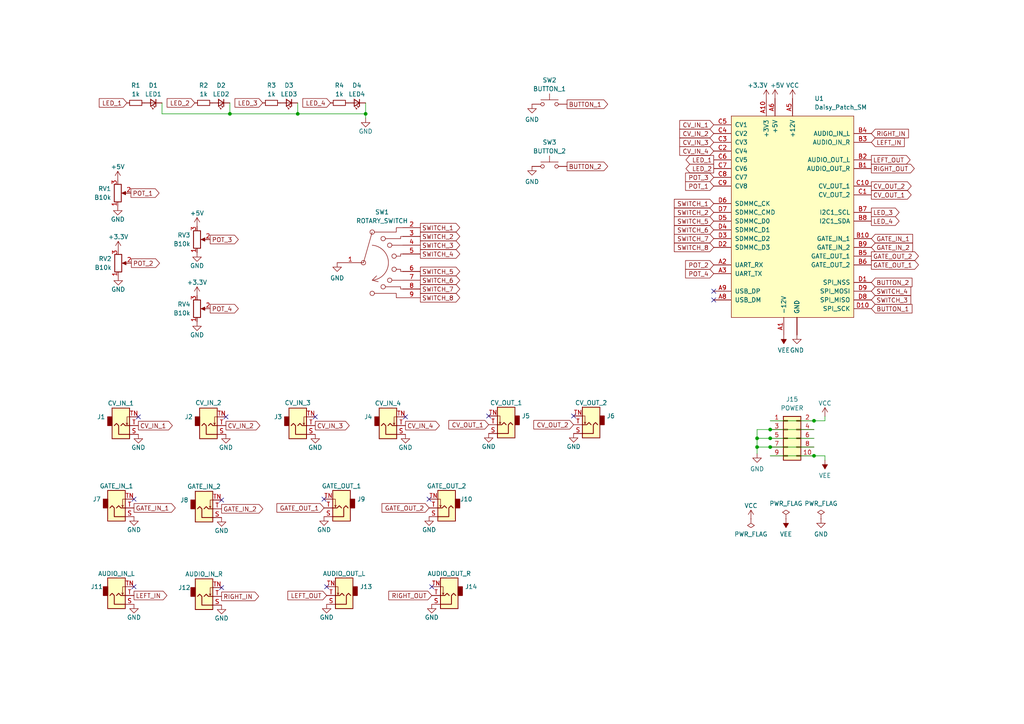
<source format=kicad_sch>
(kicad_sch (version 20230121) (generator eeschema)
  (paper "A4")
  (title_block (title "Handy") (rev "v0.0.1") (company "Petr Horáček") (comment 1 "petr@zlosynth.com") (comment 2 "https://github.com/zlosynth/handy") (comment 3 "CC BY-SA"))
  (lib_symbols
    (symbol "Connector_Audio:AudioJack2_SwitchT"
      (property "Reference" "J" (at 0 8.89 0))
      (property "Value" "AudioJack2_SwitchT" (at 0 6.35 0))
      (symbol "AudioJack2_SwitchT_0_1"
        (rectangle (start -2.54 0) (end -3.81 -2.54) (stroke (width 0.254)) (fill (type outline)))
        (polyline (pts (xy 1.778 -0.254) (xy 2.032 -0.762)))
        (polyline (pts (xy 0 0) (xy 0.635 -0.635) (xy 1.27 0) (xy 2.54 0)) (stroke (width 0.254)))
        (polyline (pts (xy 2.54 -2.54) (xy 1.778 -2.54) (xy 1.778 -0.254) (xy 1.524 -0.762)))
        (polyline (pts (xy 2.54 2.54) (xy -0.635 2.54) (xy -0.635 0) (xy -1.27 -0.635) (xy -1.905 0)) (stroke (width 0.254)))
        (rectangle (start 2.54 3.81) (end -2.54 -5.08) (stroke (width 0.254)) (fill (type background)))
      )
      (symbol "AudioJack2_SwitchT_1_1"
        (pin passive line (at 5.08 2.54 180) (length 2.54) (name "~") (number "S"))
        (pin passive line (at 5.08 0 180) (length 2.54) (name "~") (number "T"))
        (pin passive line (at 5.08 -2.54 180) (length 2.54) (name "~") (number "TN"))
      )
    )
    (symbol "Connector_Generic:Conn_02x05_Odd_Even" (pin_names (offset 1.016) hide)
      (property "Reference" "J" (at 1.27 7.62 0))
      (property "Value" "Conn_02x05_Odd_Even" (at 1.27 -7.62 0))
      (symbol "Conn_02x05_Odd_Even_1_1"
        (rectangle (start -1.27 -4.953) (end 0 -5.207) (stroke (width 0.1524)))
        (rectangle (start -1.27 -2.413) (end 0 -2.667) (stroke (width 0.1524)))
        (rectangle (start -1.27 0.127) (end 0 -0.127) (stroke (width 0.1524)))
        (rectangle (start -1.27 2.667) (end 0 2.413) (stroke (width 0.1524)))
        (rectangle (start -1.27 5.207) (end 0 4.953) (stroke (width 0.1524)))
        (rectangle (start -1.27 6.35) (end 3.81 -6.35) (stroke (width 0.254)) (fill (type background)))
        (rectangle (start 3.81 -4.953) (end 2.54 -5.207) (stroke (width 0.1524)))
        (rectangle (start 3.81 -2.413) (end 2.54 -2.667) (stroke (width 0.1524)))
        (rectangle (start 3.81 0.127) (end 2.54 -0.127) (stroke (width 0.1524)))
        (rectangle (start 3.81 2.667) (end 2.54 2.413) (stroke (width 0.1524)))
        (rectangle (start 3.81 5.207) (end 2.54 4.953) (stroke (width 0.1524)))
        (pin passive line (at -5.08 5.08 0) (length 3.81) (name "Pin_1") (number "1"))
        (pin passive line (at 7.62 -5.08 180) (length 3.81) (name "Pin_10") (number "10"))
        (pin passive line (at 7.62 5.08 180) (length 3.81) (name "Pin_2") (number "2"))
        (pin passive line (at -5.08 2.54 0) (length 3.81) (name "Pin_3") (number "3"))
        (pin passive line (at 7.62 2.54 180) (length 3.81) (name "Pin_4") (number "4"))
        (pin passive line (at -5.08 0 0) (length 3.81) (name "Pin_5") (number "5"))
        (pin passive line (at 7.62 0 180) (length 3.81) (name "Pin_6") (number "6"))
        (pin passive line (at -5.08 -2.54 0) (length 3.81) (name "Pin_7") (number "7"))
        (pin passive line (at 7.62 -2.54 180) (length 3.81) (name "Pin_8") (number "8"))
        (pin passive line (at -5.08 -5.08 0) (length 3.81) (name "Pin_9") (number "9"))
      )
    )
    (symbol "Custom:Daisy_Patch_SM" (pin_names (offset 1.016))
      (property "Reference" "U" (at -16.51 29.21 0))
      (property "Value" "Daisy_Patch_SM" (at 10.16 29.21 0))
      (symbol "Daisy_Patch_SM_1_0"
        (rectangle (start -17.78 27.94) (end 17.78 -30.48) (fill (type background)))
        (pin power_in line (at -2.54 -35.56 90) (length 5.08) (name "-12V") (number "A1"))
        (pin power_out line (at -7.62 33.02 270) (length 5.08) (name "+3V3") (number "A10"))
        (pin bidirectional line (at -22.86 -15.24 0) (length 5.08) (name "UART_RX") (number "A2"))
        (pin bidirectional line (at -22.86 -17.78 0) (length 5.08) (name "UART_TX") (number "A3"))
        (pin passive line (at 1.27 -35.56 90) (length 5.08) (name "GND") (number "A4"))
        (pin power_in line (at 0 33.02 270) (length 5.08) (name "+12V") (number "A5"))
        (pin power_out line (at -5.08 33.02 270) (length 5.08) (name "+5V") (number "A6"))
        (pin passive line (at 1.27 -35.56 90) (length 5.08) (name "GND") (number "A7"))
        (pin bidirectional line (at -22.86 -25.4 0) (length 5.08) (name "USB_DM") (number "A8"))
        (pin bidirectional line (at -22.86 -22.86 0) (length 5.08) (name "USB_DP") (number "A9"))
        (pin output line (at 22.86 12.7 180) (length 5.08) (name "AUDIO_OUT_R") (number "B1"))
        (pin bidirectional line (at 22.86 -7.62 180) (length 5.08) (name "GATE_IN_1") (number "B10"))
        (pin output line (at 22.86 15.24 180) (length 5.08) (name "AUDIO_OUT_L") (number "B2"))
        (pin input line (at 22.86 20.32 180) (length 5.08) (name "AUDIO_IN_R") (number "B3"))
        (pin input line (at 22.86 22.86 180) (length 5.08) (name "AUDIO_IN_L") (number "B4"))
        (pin bidirectional line (at 22.86 -12.7 180) (length 5.08) (name "GATE_OUT_1") (number "B5"))
        (pin bidirectional line (at 22.86 -15.24 180) (length 5.08) (name "GATE_OUT_2") (number "B6"))
        (pin bidirectional line (at 22.86 0 180) (length 5.08) (name "I2C1_SCL") (number "B7"))
        (pin bidirectional line (at 22.86 -2.54 180) (length 5.08) (name "I2C1_SDA") (number "B8"))
        (pin bidirectional line (at 22.86 -10.16 180) (length 5.08) (name "GATE_IN_2") (number "B9"))
        (pin bidirectional line (at 22.86 5.08 180) (length 5.08) (name "CV_OUT_2") (number "C1"))
        (pin bidirectional line (at 22.86 7.62 180) (length 5.08) (name "CV_OUT_1") (number "C10"))
        (pin bidirectional line (at -22.86 17.78 0) (length 5.08) (name "CV4") (number "C2"))
        (pin bidirectional line (at -22.86 20.32 0) (length 5.08) (name "CV3") (number "C3"))
        (pin bidirectional line (at -22.86 22.86 0) (length 5.08) (name "CV2") (number "C4"))
        (pin bidirectional line (at -22.86 25.4 0) (length 5.08) (name "CV1") (number "C5"))
        (pin bidirectional line (at -22.86 15.24 0) (length 5.08) (name "CV5") (number "C6"))
        (pin bidirectional line (at -22.86 12.7 0) (length 5.08) (name "CV6") (number "C7"))
        (pin bidirectional line (at -22.86 10.16 0) (length 5.08) (name "CV7") (number "C8"))
        (pin bidirectional line (at -22.86 7.62 0) (length 5.08) (name "CV8") (number "C9"))
        (pin bidirectional line (at 22.86 -20.32 180) (length 5.08) (name "SPI_NSS") (number "D1"))
        (pin bidirectional line (at 22.86 -27.94 180) (length 5.08) (name "SPI_SCK") (number "D10"))
        (pin bidirectional line (at -22.86 -10.16 0) (length 5.08) (name "SDMMC_D3") (number "D2"))
        (pin bidirectional line (at -22.86 -7.62 0) (length 5.08) (name "SDMMC_D2") (number "D3"))
        (pin bidirectional line (at -22.86 -5.08 0) (length 5.08) (name "SDMMC_D1") (number "D4"))
        (pin bidirectional line (at -22.86 -2.54 0) (length 5.08) (name "SDMMC_D0") (number "D5"))
        (pin bidirectional line (at -22.86 2.54 0) (length 5.08) (name "SDMMC_CK") (number "D6"))
        (pin bidirectional line (at -22.86 0 0) (length 5.08) (name "SDMMC_CMD") (number "D7"))
        (pin bidirectional line (at 22.86 -25.4 180) (length 5.08) (name "SPI_MISO") (number "D8"))
        (pin bidirectional line (at 22.86 -22.86 180) (length 5.08) (name "SPI_MOSI") (number "D9"))
      )
    )
    (symbol "Custom:SW_Rotary8" (pin_names (offset 1.016) hide)
      (property "Reference" "SW" (at -1.27 12.7 0))
      (property "Value" "SW_Rotary8" (at 0 -13.97 0))
      (symbol "SW_Rotary8_0_0"
        (circle (center -6.35 0) (radius 0.635))
        (circle (center -3.81 -8.89) (radius 0.635))
        (arc (start -3.81 -5.08) (mid 0.8992 0) (end -3.81 5.08))
        (circle (center -3.81 8.89) (radius 0.635))
        (circle (center -0.635 -6.985) (radius 0.635))
        (circle (center -0.635 6.985) (radius 0.635))
        (polyline (pts (xy -6.35 0) (xy -3.81 8.89)))
        (polyline (pts (xy -3.81 -5.08) (xy -2.54 -3.81)))
        (polyline (pts (xy -3.81 -5.08) (xy -2.0543 -5.5101)))
        (polyline (pts (xy 1.905 -5.08) (xy 5.08 -5.08)))
        (polyline (pts (xy 1.905 5.08) (xy 5.08 5.08)))
        (polyline (pts (xy -3.175 -8.89) (xy 3.175 -8.89) (xy 3.175 -10.16) (xy 5.08 -10.16)))
        (polyline (pts (xy -3.175 8.89) (xy 3.175 8.89) (xy 3.175 10.16) (xy 5.08 10.16)))
        (polyline (pts (xy 0 -6.985) (xy 4.445 -6.985) (xy 4.445 -7.62) (xy 5.08 -7.62)))
        (polyline (pts (xy 0 6.985) (xy 4.445 6.985) (xy 4.445 7.62) (xy 5.08 7.62)))
        (polyline (pts (xy 3.175 -1.905) (xy 4.445 -1.905) (xy 4.445 -2.54) (xy 5.08 -2.54)))
        (polyline (pts (xy 3.175 1.905) (xy 4.445 1.905) (xy 4.445 2.54) (xy 5.08 2.54)))
        (circle (center 1.27 -5.08) (radius 0.635))
        (circle (center 1.27 5.08) (radius 0.635))
        (circle (center 2.54 -1.905) (radius 0.635))
        (circle (center 2.54 1.905) (radius 0.635))
      )
      (symbol "SW_Rotary8_1_1"
        (pin passive line (at -13.97 0 0) (length 7.62) (name "1") (number "1"))
        (pin passive line (at 10.16 10.16 180) (length 5.08) (name "2") (number "2"))
        (pin passive line (at 10.16 7.62 180) (length 5.08) (name "3") (number "3"))
        (pin passive line (at 10.16 5.08 180) (length 5.08) (name "4") (number "4"))
        (pin passive line (at 10.16 2.54 180) (length 5.08) (name "5") (number "5"))
        (pin passive line (at 10.16 -2.54 180) (length 5.08) (name "6") (number "6"))
        (pin passive line (at 10.16 -5.08 180) (length 5.08) (name "7") (number "7"))
        (pin passive line (at 10.16 -7.62 180) (length 5.08) (name "8") (number "8"))
        (pin passive line (at 10.16 -10.16 180) (length 5.08) (name "9") (number "9"))
      )
    )
    (symbol "Device:LED_Small" (pin_numbers hide) (pin_names (offset 0.254) hide)
      (property "Reference" "D" (at -1.27 3.175 0))
      (property "Value" "LED_Small" (at -4.445 -2.54 0))
      (symbol "LED_Small_0_1"
        (polyline (pts (xy -0.762 -1.016) (xy -0.762 1.016)) (stroke (width 0.254)))
        (polyline (pts (xy 1.016 0) (xy -0.762 0)))
        (polyline (pts (xy 0.762 -1.016) (xy -0.762 0) (xy 0.762 1.016) (xy 0.762 -1.016)) (stroke (width 0.254)))
        (polyline (pts (xy 0 0.762) (xy -0.508 1.27) (xy -0.254 1.27) (xy -0.508 1.27) (xy -0.508 1.016)))
        (polyline (pts (xy 0.508 1.27) (xy 0 1.778) (xy 0.254 1.778) (xy 0 1.778) (xy 0 1.524)))
      )
      (symbol "LED_Small_1_1"
        (pin passive line (at -2.54 0 0) (length 1.778) (name "K") (number "1"))
        (pin passive line (at 2.54 0 180) (length 1.778) (name "A") (number "2"))
      )
    )
    (symbol "Device:R_Potentiometer" (pin_names (offset 1.016) hide)
      (property "Reference" "RV" (at -4.445 0 90))
      (property "Value" "R_Potentiometer" (at -2.54 0 90))
      (symbol "R_Potentiometer_0_1"
        (polyline (pts (xy 2.54 0) (xy 1.524 0)))
        (polyline (pts (xy 1.143 0) (xy 2.286 0.508) (xy 2.286 -0.508) (xy 1.143 0)) (fill (type outline)))
        (rectangle (start 1.016 2.54) (end -1.016 -2.54) (stroke (width 0.254)))
      )
      (symbol "R_Potentiometer_1_1"
        (pin passive line (at 0 3.81 270) (length 1.27) (name "1") (number "1"))
        (pin passive line (at 3.81 0 180) (length 1.27) (name "2") (number "2"))
        (pin passive line (at 0 -3.81 90) (length 1.27) (name "3") (number "3"))
      )
    )
    (symbol "Device:R_Small" (pin_numbers hide) (pin_names (offset 0.254) hide)
      (property "Reference" "R" (at 0.762 0.508 0))
      (property "Value" "R_Small" (at 0.762 -1.016 0))
      (symbol "R_Small_0_1"
        (rectangle (start -0.762 1.778) (end 0.762 -1.778) (stroke (width 0.2032)))
      )
      (symbol "R_Small_1_1"
        (pin passive line (at 0 2.54 270) (length 0.762) (name "~") (number "1"))
        (pin passive line (at 0 -2.54 90) (length 0.762) (name "~") (number "2"))
      )
    )
    (symbol "Switch:SW_Push" (pin_numbers hide) (pin_names (offset 1.016) hide)
      (property "Reference" "SW" (at 1.27 2.54 0))
      (property "Value" "SW_Push" (at 0 -1.524 0))
      (symbol "SW_Push_0_1"
        (circle (center -2.032 0) (radius 0.508))
        (polyline (pts (xy 0 1.27) (xy 0 3.048)))
        (polyline (pts (xy 2.54 1.27) (xy -2.54 1.27)))
        (circle (center 2.032 0) (radius 0.508))
        (pin passive line (at -5.08 0 0) (length 2.54) (name "1") (number "1"))
        (pin passive line (at 5.08 0 180) (length 2.54) (name "2") (number "2"))
      )
    )
    (symbol "power:+3.3V" (power) (pin_names (offset 0))
      (property "Value" "+3.3V" (at 0 3.556 0))
      (symbol "+3.3V_0_1"
        (polyline (pts (xy -0.762 1.27) (xy 0 2.54)))
        (polyline (pts (xy 0 0) (xy 0 2.54)))
        (polyline (pts (xy 0 2.54) (xy 0.762 1.27)))
      )
      (symbol "+3.3V_1_1"
        (pin power_in line (at 0 0 90) (length 0) hide (name "+3.3V") (number "1"))
      )
    )
    (symbol "power:+5V" (power) (pin_names (offset 0))
      (property "Value" "+5V" (at 0 3.556 0))
      (symbol "+5V_0_1"
        (polyline (pts (xy -0.762 1.27) (xy 0 2.54)))
        (polyline (pts (xy 0 0) (xy 0 2.54)))
        (polyline (pts (xy 0 2.54) (xy 0.762 1.27)))
      )
      (symbol "+5V_1_1"
        (pin power_in line (at 0 0 90) (length 0) hide (name "+5V") (number "1"))
      )
    )
    (symbol "power:GND" (power) (pin_names (offset 0))
      (property "Value" "GND" (at 0 -3.81 0))
      (symbol "GND_0_1"
        (polyline (pts (xy 0 0) (xy 0 -1.27) (xy 1.27 -1.27) (xy 0 -2.54) (xy -1.27 -1.27) (xy 0 -1.27)))
      )
      (symbol "GND_1_1"
        (pin power_in line (at 0 0 270) (length 0) hide (name "GND") (number "1"))
      )
    )
    (symbol "power:PWR_FLAG" (power) (pin_numbers hide) (pin_names (offset 0) hide)
      (property "Value" "PWR_FLAG" (at 0 3.81 0))
      (symbol "PWR_FLAG_0_0"
        (pin power_out line (at 0 0 90) (length 0) (name "pwr") (number "1"))
      )
      (symbol "PWR_FLAG_0_1"
        (polyline (pts (xy 0 0) (xy 0 1.27) (xy -1.016 1.905) (xy 0 2.54) (xy 1.016 1.905) (xy 0 1.27)))
      )
    )
    (symbol "power:VCC" (power) (pin_names (offset 0))
      (property "Value" "VCC" (at 0 3.81 0))
      (symbol "VCC_0_1"
        (polyline (pts (xy -0.762 1.27) (xy 0 2.54)))
        (polyline (pts (xy 0 0) (xy 0 2.54)))
        (polyline (pts (xy 0 2.54) (xy 0.762 1.27)))
      )
      (symbol "VCC_1_1"
        (pin power_in line (at 0 0 90) (length 0) hide (name "VCC") (number "1"))
      )
    )
    (symbol "power:VEE" (power) (pin_names (offset 0))
      (property "Value" "VEE" (at 0 3.81 0))
      (symbol "VEE_0_1"
        (polyline (pts (xy 0 0) (xy 0 2.54)))
        (polyline (pts (xy 0.762 1.27) (xy -0.762 1.27) (xy 0 2.54) (xy 0.762 1.27)) (fill (type outline)))
      )
      (symbol "VEE_1_1"
        (pin power_in line (at 0 0 90) (length 0) hide (name "VEE") (number "1"))
      )
    )
  )
  (junction (at 223.393 129.667))
  (junction (at 86.36 33.02))
  (junction (at 219.583 129.667))
  (junction (at 236.093 122.047))
  (junction (at 223.393 124.587))
  (junction (at 66.675 33.02))
  (junction (at 236.093 132.207))
  (junction (at 219.583 127.127))
  (junction (at 223.393 127.127))
  (junction (at 106.045 33.02))
  (no_connect (at 38.862 170.18))
  (no_connect (at 94.742 170.18))
  (no_connect (at 141.732 120.65))
  (no_connect (at 64.262 170.434))
  (no_connect (at 117.602 120.904))
  (no_connect (at 40.132 120.904))
  (no_connect (at 65.532 120.904))
  (no_connect (at 207.01 84.455))
  (no_connect (at 91.44 120.904))
  (no_connect (at 166.37 120.65))
  (no_connect (at 64.262 145.034))
  (no_connect (at 38.862 144.78))
  (no_connect (at 207.01 86.995))
  (no_connect (at 124.46 144.78))
  (no_connect (at 125.222 170.18))
  (no_connect (at 93.98 144.78))
  (wire (pts (xy 219.583 131.572) (xy 219.583 129.667)))
  (wire (pts (xy 236.093 132.207) (xy 239.268 132.207)))
  (wire (pts (xy 46.99 29.845) (xy 46.99 33.02)))
  (wire (pts (xy 223.393 132.207) (xy 236.093 132.207)))
  (wire (pts (xy 239.268 132.207) (xy 239.268 133.477)))
  (wire (pts (xy 46.99 33.02) (xy 66.675 33.02)))
  (wire (pts (xy 86.36 33.02) (xy 86.36 29.845)))
  (wire (pts (xy 223.393 127.127) (xy 236.093 127.127)))
  (wire (pts (xy 66.675 33.02) (xy 86.36 33.02)))
  (wire (pts (xy 219.583 124.587) (xy 223.393 124.587)))
  (wire (pts (xy 236.093 122.047) (xy 239.268 122.047)))
  (wire (pts (xy 219.583 127.127) (xy 223.393 127.127)))
  (wire (pts (xy 239.268 122.047) (xy 239.268 120.777)))
  (wire (pts (xy 66.675 33.02) (xy 66.675 29.845)))
  (wire (pts (xy 86.36 33.02) (xy 106.045 33.02)))
  (wire (pts (xy 223.393 122.047) (xy 236.093 122.047)))
  (wire (pts (xy 106.045 33.02) (xy 106.045 34.29)))
  (wire (pts (xy 219.583 129.667) (xy 219.583 127.127)))
  (wire (pts (xy 223.393 124.587) (xy 236.093 124.587)))
  (wire (pts (xy 106.045 33.02) (xy 106.045 29.845)))
  (wire (pts (xy 223.393 129.667) (xy 236.093 129.667)))
  (wire (pts (xy 219.583 127.127) (xy 219.583 124.587)))
  (wire (pts (xy 219.583 129.667) (xy 223.393 129.667)))
  (global_label "SWITCH_6" (shape output) (at 121.92 81.28 0) (property "Intersheetrefs" "${INTERSHEET_REFS}" (effects hide)))
  (global_label "BUTTON_2" (shape input) (at 252.73 81.915 0) (property "Intersheetrefs" "${INTERSHEET_REFS}" (effects hide)))
  (global_label "LED_2" (shape input) (at 56.515 29.845 180) (property "Intersheetrefs" "${INTERSHEET_REFS}" (effects hide)))
  (global_label "LED_1" (shape input) (at 36.83 29.845 180) (property "Intersheetrefs" "${INTERSHEET_REFS}" (effects hide)))
  (global_label "SWITCH_4" (shape input) (at 252.73 84.455 0) (property "Intersheetrefs" "${INTERSHEET_REFS}" (effects hide)))
  (global_label "LED_3" (shape input) (at 76.2 29.845 180) (property "Intersheetrefs" "${INTERSHEET_REFS}" (effects hide)))
  (global_label "LED_3" (shape output) (at 252.73 61.595 0) (property "Intersheetrefs" "${INTERSHEET_REFS}" (effects hide)))
  (global_label "GATE_IN_2" (shape input) (at 252.73 71.755 0) (property "Intersheetrefs" "${INTERSHEET_REFS}" (effects hide)))
  (global_label "GATE_OUT_1" (shape input) (at 93.98 147.32 180) (property "Intersheetrefs" "${INTERSHEET_REFS}" (effects hide)))
  (global_label "CV_OUT_1" (shape input) (at 141.732 123.19 180) (property "Intersheetrefs" "${INTERSHEET_REFS}" (effects hide)))
  (global_label "CV_IN_1" (shape output) (at 40.132 123.444 0) (property "Intersheetrefs" "${INTERSHEET_REFS}" (effects hide)))
  (global_label "RIGHT_OUT" (shape input) (at 125.222 172.72 180) (property "Intersheetrefs" "${INTERSHEET_REFS}" (effects hide)))
  (global_label "CV_OUT_1" (shape output) (at 252.73 56.515 0) (property "Intersheetrefs" "${INTERSHEET_REFS}" (effects hide)))
  (global_label "BUTTON_1" (shape input) (at 252.73 89.535 0) (property "Intersheetrefs" "${INTERSHEET_REFS}" (effects hide)))
  (global_label "CV_IN_4" (shape input) (at 207.01 43.815 180) (property "Intersheetrefs" "${INTERSHEET_REFS}" (effects hide)))
  (global_label "LED_4" (shape output) (at 252.73 64.135 0) (property "Intersheetrefs" "${INTERSHEET_REFS}" (effects hide)))
  (global_label "CV_OUT_2" (shape output) (at 252.73 53.975 0) (property "Intersheetrefs" "${INTERSHEET_REFS}" (effects hide)))
  (global_label "BUTTON_2" (shape output) (at 164.465 48.26 0) (property "Intersheetrefs" "${INTERSHEET_REFS}" (effects hide)))
  (global_label "POT_3" (shape input) (at 207.01 51.435 180) (property "Intersheetrefs" "${INTERSHEET_REFS}" (effects hide)))
  (global_label "GATE_IN_2" (shape output) (at 64.262 147.574 0) (property "Intersheetrefs" "${INTERSHEET_REFS}" (effects hide)))
  (global_label "CV_IN_4" (shape output) (at 117.602 123.444 0) (property "Intersheetrefs" "${INTERSHEET_REFS}" (effects hide)))
  (global_label "SWITCH_6" (shape input) (at 207.01 66.675 180) (property "Intersheetrefs" "${INTERSHEET_REFS}" (effects hide)))
  (global_label "CV_OUT_2" (shape input) (at 166.37 123.19 180) (property "Intersheetrefs" "${INTERSHEET_REFS}" (effects hide)))
  (global_label "SWITCH_2" (shape output) (at 121.92 68.58 0) (property "Intersheetrefs" "${INTERSHEET_REFS}" (effects hide)))
  (global_label "GATE_OUT_1" (shape output) (at 252.73 76.835 0) (property "Intersheetrefs" "${INTERSHEET_REFS}" (effects hide)))
  (global_label "POT_2" (shape output) (at 38.1 76.327 0) (property "Intersheetrefs" "${INTERSHEET_REFS}" (effects hide)))
  (global_label "SWITCH_2" (shape input) (at 207.01 61.595 180) (property "Intersheetrefs" "${INTERSHEET_REFS}" (effects hide)))
  (global_label "SWITCH_1" (shape output) (at 121.92 66.04 0) (property "Intersheetrefs" "${INTERSHEET_REFS}" (effects hide)))
  (global_label "SWITCH_7" (shape output) (at 121.92 83.82 0) (property "Intersheetrefs" "${INTERSHEET_REFS}" (effects hide)))
  (global_label "GATE_IN_1" (shape output) (at 38.862 147.32 0) (property "Intersheetrefs" "${INTERSHEET_REFS}" (effects hide)))
  (global_label "POT_4" (shape output) (at 60.96 89.535 0) (property "Intersheetrefs" "${INTERSHEET_REFS}" (effects hide)))
  (global_label "POT_3" (shape output) (at 60.96 69.469 0) (property "Intersheetrefs" "${INTERSHEET_REFS}" (effects hide)))
  (global_label "RIGHT_OUT" (shape output) (at 252.73 48.895 0) (property "Intersheetrefs" "${INTERSHEET_REFS}" (effects hide)))
  (global_label "POT_2" (shape input) (at 207.01 76.835 180) (property "Intersheetrefs" "${INTERSHEET_REFS}" (effects hide)))
  (global_label "SWITCH_3" (shape output) (at 121.92 71.12 0) (property "Intersheetrefs" "${INTERSHEET_REFS}" (effects hide)))
  (global_label "CV_IN_2" (shape input) (at 207.01 38.735 180) (property "Intersheetrefs" "${INTERSHEET_REFS}" (effects hide)))
  (global_label "LEFT_OUT" (shape output) (at 252.73 46.355 0) (property "Intersheetrefs" "${INTERSHEET_REFS}" (effects hide)))
  (global_label "SWITCH_3" (shape input) (at 252.73 86.995 0) (property "Intersheetrefs" "${INTERSHEET_REFS}" (effects hide)))
  (global_label "GATE_IN_1" (shape input) (at 252.73 69.215 0) (property "Intersheetrefs" "${INTERSHEET_REFS}" (effects hide)))
  (global_label "SWITCH_8" (shape input) (at 207.01 71.755 180) (property "Intersheetrefs" "${INTERSHEET_REFS}" (effects hide)))
  (global_label "CV_IN_2" (shape output) (at 65.532 123.444 0) (property "Intersheetrefs" "${INTERSHEET_REFS}" (effects hide)))
  (global_label "SWITCH_4" (shape output) (at 121.92 73.66 0) (property "Intersheetrefs" "${INTERSHEET_REFS}" (effects hide)))
  (global_label "CV_IN_3" (shape output) (at 91.44 123.444 0) (property "Intersheetrefs" "${INTERSHEET_REFS}" (effects hide)))
  (global_label "GATE_OUT_2" (shape output) (at 252.73 74.295 0) (property "Intersheetrefs" "${INTERSHEET_REFS}" (effects hide)))
  (global_label "POT_4" (shape input) (at 207.01 79.375 180) (property "Intersheetrefs" "${INTERSHEET_REFS}" (effects hide)))
  (global_label "RIGHT_IN" (shape output) (at 64.262 172.974 0) (property "Intersheetrefs" "${INTERSHEET_REFS}" (effects hide)))
  (global_label "POT_1" (shape output) (at 37.973 56.007 0) (property "Intersheetrefs" "${INTERSHEET_REFS}" (effects hide)))
  (global_label "BUTTON_1" (shape output) (at 164.465 30.226 0) (property "Intersheetrefs" "${INTERSHEET_REFS}" (effects hide)))
  (global_label "SWITCH_1" (shape input) (at 207.01 59.055 180) (property "Intersheetrefs" "${INTERSHEET_REFS}" (effects hide)))
  (global_label "SWITCH_5" (shape input) (at 207.01 64.135 180) (property "Intersheetrefs" "${INTERSHEET_REFS}" (effects hide)))
  (global_label "LEFT_IN" (shape input) (at 252.73 41.275 0) (property "Intersheetrefs" "${INTERSHEET_REFS}" (effects hide)))
  (global_label "CV_IN_3" (shape input) (at 207.01 41.275 180) (property "Intersheetrefs" "${INTERSHEET_REFS}" (effects hide)))
  (global_label "LED_4" (shape input) (at 95.885 29.845 180) (property "Intersheetrefs" "${INTERSHEET_REFS}" (effects hide)))
  (global_label "SWITCH_5" (shape output) (at 121.92 78.74 0) (property "Intersheetrefs" "${INTERSHEET_REFS}" (effects hide)))
  (global_label "SWITCH_8" (shape output) (at 121.92 86.36 0) (property "Intersheetrefs" "${INTERSHEET_REFS}" (effects hide)))
  (global_label "LEFT_IN" (shape output) (at 38.862 172.72 0) (property "Intersheetrefs" "${INTERSHEET_REFS}" (effects hide)))
  (global_label "POT_1" (shape input) (at 207.01 53.975 180) (property "Intersheetrefs" "${INTERSHEET_REFS}" (effects hide)))
  (global_label "RIGHT_IN" (shape input) (at 252.73 38.735 0) (property "Intersheetrefs" "${INTERSHEET_REFS}" (effects hide)))
  (global_label "LED_1" (shape output) (at 207.01 46.355 180) (property "Intersheetrefs" "${INTERSHEET_REFS}" (effects hide)))
  (global_label "LEFT_OUT" (shape input) (at 94.742 172.72 180) (property "Intersheetrefs" "${INTERSHEET_REFS}" (effects hide)))
  (global_label "GATE_OUT_2" (shape input) (at 124.46 147.32 180) (property "Intersheetrefs" "${INTERSHEET_REFS}" (effects hide)))
  (global_label "CV_IN_1" (shape input) (at 207.01 36.195 180) (property "Intersheetrefs" "${INTERSHEET_REFS}" (effects hide)))
  (global_label "SWITCH_7" (shape input) (at 207.01 69.215 180) (property "Intersheetrefs" "${INTERSHEET_REFS}" (effects hide)))
  (global_label "LED_2" (shape output) (at 207.01 48.895 180) (property "Intersheetrefs" "${INTERSHEET_REFS}" (effects hide)))
  (symbol (lib_id "Connector_Audio:AudioJack2_SwitchT") (at 130.302 172.72 180) (unit 1)
    (property "Reference" "J14" (at 136.652 170.18 0))
    (property "Value" "AUDIO_OUT_R" (at 130.302 166.37 0))
    (property "Footprint" "Connector_Audio:Jack_3.5mm_QingPu_WQP-PJ398SM_Vertical_CircularHoles" (effects hide))
  )
  (symbol (lib_id "Device:LED_Small") (at 44.45 29.845 180) (unit 1)
    (property "Reference" "D1" (at 44.45 24.765 0))
    (property "Value" "LED1" (at 44.45 27.305 0))
    (property "Footprint" "LED_THT:LED_D3.0mm" (effects hide))
  )
  (symbol (lib_id "Device:LED_Small") (at 103.505 29.845 180) (unit 1)
    (property "Reference" "D4" (at 103.505 24.765 0))
    (property "Value" "LED4" (at 103.505 27.305 0))
    (property "Footprint" "LED_THT:LED_D3.0mm" (effects hide))
  )
  (symbol (lib_id "power:GND") (at 34.163 59.817 0) (mirror y) (unit 1)
    (property "Reference" "#PWR016" (effects hide))
    (property "Value" "GND" (at 34.163 63.627 0))
  )
  (symbol (lib_id "power:PWR_FLAG") (at 227.965 150.495 0) (unit 1)
    (property "Reference" "#FLG02" (effects hide))
    (property "Value" "PWR_FLAG" (at 227.965 146.05 0))
  )
  (symbol (lib_id "Connector_Audio:AudioJack2_SwitchT") (at 59.182 147.574 0) (mirror x) (unit 1)
    (property "Reference" "J8" (at 53.467 145.034 0))
    (property "Value" "GATE_IN_2" (at 59.182 141.097 0))
    (property "Footprint" "Connector_Audio:Jack_3.5mm_QingPu_WQP-PJ398SM_Vertical_CircularHoles" (effects hide))
  )
  (symbol (lib_id "power:GND") (at 117.602 125.984 0) (unit 1)
    (property "Reference" "#PWR05" (effects hide))
    (property "Value" "GND" (at 117.602 129.794 0))
  )
  (symbol (lib_id "Device:LED_Small") (at 64.135 29.845 180) (unit 1)
    (property "Reference" "D2" (at 64.135 24.765 0))
    (property "Value" "LED2" (at 64.135 27.305 0))
    (property "Footprint" "LED_THT:LED_D3.0mm" (effects hide))
  )
  (symbol (lib_id "power:+3.3V") (at 34.29 72.517 0) (mirror y) (unit 1)
    (property "Reference" "#PWR020" (effects hide))
    (property "Value" "+3.3V" (at 34.29 68.707 0))
  )
  (symbol (lib_id "power:GND") (at 34.29 80.137 0) (mirror y) (unit 1)
    (property "Reference" "#PWR019" (effects hide))
    (property "Value" "GND" (at 34.29 83.947 0))
  )
  (symbol (lib_id "Connector_Audio:AudioJack2_SwitchT") (at 129.54 147.32 180) (unit 1)
    (property "Reference" "J10" (at 135.255 144.78 0))
    (property "Value" "GATE_OUT_2" (at 129.54 140.97 0))
    (property "Footprint" "Connector_Audio:Jack_3.5mm_QingPu_WQP-PJ398SM_Vertical_CircularHoles" (effects hide))
  )
  (symbol (lib_id "Switch:SW_Push") (at 159.385 48.26 0) (unit 1)
    (property "Reference" "SW3" (at 159.385 41.275 0))
    (property "Value" "BUTTON_2" (at 159.385 43.815 0))
    (property "Footprint" "Button_Switch_THT:SW_PUSH_6mm" (effects hide))
  )
  (symbol (lib_id "power:VEE") (at 227.965 150.495 180) (unit 1)
    (property "Reference" "#PWR043" (effects hide))
    (property "Value" "VEE" (at 227.965 154.94 0))
  )
  (symbol (lib_id "power:GND") (at 106.045 34.29 0) (unit 1)
    (property "Reference" "#PWR01" (effects hide))
    (property "Value" "GND" (at 106.045 38.1 0))
  )
  (symbol (lib_id "power:+5V") (at 57.15 65.659 0) (unit 1)
    (property "Reference" "#PWR024" (effects hide))
    (property "Value" "+5V" (at 57.15 61.849 0))
  )
  (symbol (lib_id "Connector_Audio:AudioJack2_SwitchT") (at 60.452 123.444 0) (mirror x) (unit 1)
    (property "Reference" "J2" (at 54.737 120.904 0))
    (property "Value" "CV_IN_2" (at 60.452 116.84 0))
    (property "Footprint" "Connector_Audio:Jack_3.5mm_QingPu_WQP-PJ398SM_Vertical_CircularHoles" (effects hide))
  )
  (symbol (lib_id "Device:R_Potentiometer") (at 34.163 56.007 0) (mirror x) (unit 1)
    (property "Reference" "RV1" (at 32.258 54.737 0) (effects (justify right)))
    (property "Value" "B10k" (at 32.258 57.277 0) (effects (justify right)))
    (property "Footprint" "Custom:Potentiometer_Thonk_Trimmer" (effects hide))
  )
  (symbol (lib_id "Connector_Audio:AudioJack2_SwitchT") (at 171.45 123.19 180) (unit 1)
    (property "Reference" "J6" (at 177.165 120.65 0))
    (property "Value" "CV_OUT_2" (at 171.45 116.84 0))
    (property "Footprint" "Connector_Audio:Jack_3.5mm_QingPu_WQP-PJ398SM_Vertical_CircularHoles" (effects hide))
  )
  (symbol (lib_id "power:GND") (at 231.14 97.155 0) (unit 1)
    (property "Reference" "#PWR031" (effects hide))
    (property "Value" "GND" (at 231.14 101.6 0))
  )
  (symbol (lib_id "power:VEE") (at 227.33 97.155 180) (unit 1)
    (property "Reference" "#PWR029" (effects hide))
    (property "Value" "VEE" (at 227.33 101.6 0))
  )
  (symbol (lib_id "power:GND") (at 166.37 125.73 0) (unit 1)
    (property "Reference" "#PWR07" (effects hide))
    (property "Value" "GND" (at 166.37 129.54 0))
  )
  (symbol (lib_id "Device:LED_Small") (at 83.82 29.845 180) (unit 1)
    (property "Reference" "D3" (at 83.82 24.765 0))
    (property "Value" "LED3" (at 83.82 27.305 0))
    (property "Footprint" "LED_THT:LED_D3.0mm" (effects hide))
  )
  (symbol (lib_id "Device:R_Potentiometer") (at 34.29 76.327 0) (mirror x) (unit 1)
    (property "Reference" "RV2" (at 32.385 75.057 0) (effects (justify right)))
    (property "Value" "B10k" (at 32.385 77.597 0) (effects (justify right)))
    (property "Footprint" "Potentiometer_THT:Potentiometer_Alpha_RD901F-40-00D_Single_Vertical" (effects hide))
  )
  (symbol (lib_id "Connector_Audio:AudioJack2_SwitchT") (at 146.812 123.19 180) (unit 1)
    (property "Reference" "J5" (at 152.527 120.65 0))
    (property "Value" "CV_OUT_1" (at 146.812 116.84 0))
    (property "Footprint" "Connector_Audio:Jack_3.5mm_QingPu_WQP-PJ398SM_Vertical_CircularHoles" (effects hide))
  )
  (symbol (lib_id "power:GND") (at 65.532 125.984 0) (unit 1)
    (property "Reference" "#PWR03" (effects hide))
    (property "Value" "GND" (at 65.532 129.794 0))
  )
  (symbol (lib_id "power:GND") (at 238.125 150.495 0) (unit 1)
    (property "Reference" "#PWR045" (effects hide))
    (property "Value" "GND" (at 238.125 154.94 0))
  )
  (symbol (lib_id "power:GND") (at 64.262 150.114 0) (unit 1)
    (property "Reference" "#PWR010" (effects hide))
    (property "Value" "GND" (at 64.262 153.924 0))
  )
  (symbol (lib_id "Custom:Daisy_Patch_SM") (at 229.87 61.595 0) (unit 1)
    (property "Reference" "U1" (at 236.22 28.575 0) (effects (justify left)))
    (property "Value" "Daisy_Patch_SM" (at 236.22 31.115 0) (effects (justify left)))
    (property "Footprint" "Custom:Daisy_Patch_SM" (effects hide))
  )
  (symbol (lib_id "power:GND") (at 38.862 149.86 0) (unit 1)
    (property "Reference" "#PWR08" (effects hide))
    (property "Value" "GND" (at 38.862 153.67 0))
  )
  (symbol (lib_id "power:GND") (at 40.132 125.984 0) (unit 1)
    (property "Reference" "#PWR02" (effects hide))
    (property "Value" "GND" (at 40.132 129.794 0))
  )
  (symbol (lib_id "power:+3.3V") (at 222.25 28.575 0) (unit 1)
    (property "Reference" "#PWR032" (effects hide))
    (property "Value" "+3.3V" (at 219.71 24.765 0))
  )
  (symbol (lib_id "power:GND") (at 124.46 149.86 0) (mirror y) (unit 1)
    (property "Reference" "#PWR011" (effects hide))
    (property "Value" "GND" (at 124.46 153.67 0))
  )
  (symbol (lib_id "power:GND") (at 219.583 131.572 0) (unit 1)
    (property "Reference" "#PWR040" (effects hide))
    (property "Value" "GND" (at 219.583 136.017 0))
  )
  (symbol (lib_id "power:GND") (at 38.862 175.26 0) (unit 1)
    (property "Reference" "#PWR014" (effects hide))
    (property "Value" "GND" (at 38.862 179.07 0))
  )
  (symbol (lib_id "Connector_Audio:AudioJack2_SwitchT") (at 33.782 147.32 0) (mirror x) (unit 1)
    (property "Reference" "J7" (at 28.067 144.78 0))
    (property "Value" "GATE_IN_1" (at 33.782 140.97 0))
    (property "Footprint" "Connector_Audio:Jack_3.5mm_QingPu_WQP-PJ398SM_Vertical_CircularHoles" (effects hide))
  )
  (symbol (lib_id "power:VCC") (at 239.268 120.777 0) (unit 1)
    (property "Reference" "#PWR012" (effects hide))
    (property "Value" "VCC" (at 239.268 116.967 0))
  )
  (symbol (lib_id "Connector_Audio:AudioJack2_SwitchT") (at 99.06 147.32 180) (unit 1)
    (property "Reference" "J9" (at 104.775 144.78 0))
    (property "Value" "GATE_OUT_1" (at 99.06 140.97 0))
    (property "Footprint" "Connector_Audio:Jack_3.5mm_QingPu_WQP-PJ398SM_Vertical_CircularHoles" (effects hide))
  )
  (symbol (lib_id "power:GND") (at 154.305 48.26 0) (unit 1)
    (property "Reference" "#PWR047" (effects hide))
    (property "Value" "GND" (at 154.305 52.705 0))
  )
  (symbol (lib_id "power:GND") (at 93.98 149.86 0) (mirror y) (unit 1)
    (property "Reference" "#PWR09" (effects hide))
    (property "Value" "GND" (at 93.98 153.67 0))
  )
  (symbol (lib_id "Device:R_Potentiometer") (at 57.15 69.469 0) (mirror x) (unit 1)
    (property "Reference" "RV3" (at 55.245 68.199 0) (effects (justify right)))
    (property "Value" "B10k" (at 55.245 70.739 0) (effects (justify right)))
    (property "Footprint" "Custom:Potentiometer_Thonk_Trimmer" (effects hide))
  )
  (symbol (lib_id "power:+5V") (at 224.79 28.575 0) (mirror y) (unit 1)
    (property "Reference" "#PWR028" (effects hide))
    (property "Value" "+5V" (at 225.425 24.765 0))
  )
  (symbol (lib_id "power:VCC") (at 229.87 28.575 0) (unit 1)
    (property "Reference" "#PWR030" (effects hide))
    (property "Value" "VCC" (at 229.87 24.765 0))
  )
  (symbol (lib_id "Device:R_Small") (at 59.055 29.845 90) (unit 1)
    (property "Reference" "R2" (at 59.055 24.765 90))
    (property "Value" "1k" (at 59.055 27.305 90))
    (property "Footprint" "Resistor_SMD:R_0805_2012Metric_Pad1.20x1.40mm_HandSolder" (effects hide))
  )
  (symbol (lib_id "Device:R_Small") (at 98.425 29.845 90) (unit 1)
    (property "Reference" "R4" (at 98.425 24.765 90))
    (property "Value" "1k" (at 98.425 27.305 90))
    (property "Footprint" "Resistor_SMD:R_0805_2012Metric_Pad1.20x1.40mm_HandSolder" (effects hide))
  )
  (symbol (lib_id "Connector_Audio:AudioJack2_SwitchT") (at 86.36 123.444 0) (mirror x) (unit 1)
    (property "Reference" "J3" (at 80.645 120.904 0))
    (property "Value" "CV_IN_3" (at 86.36 116.84 0))
    (property "Footprint" "Connector_Audio:Jack_3.5mm_QingPu_WQP-PJ398SM_Vertical_CircularHoles" (effects hide))
  )
  (symbol (lib_id "Switch:SW_Push") (at 159.385 30.226 0) (unit 1)
    (property "Reference" "SW2" (at 159.385 23.241 0))
    (property "Value" "BUTTON_1" (at 159.385 25.781 0))
    (property "Footprint" "Button_Switch_THT:SW_PUSH_6mm" (effects hide))
  )
  (symbol (lib_id "power:+3.3V") (at 57.15 85.725 0) (unit 1)
    (property "Reference" "#PWR018" (effects hide))
    (property "Value" "+3.3V" (at 57.15 81.915 0))
  )
  (symbol (lib_id "Custom:SW_Rotary8") (at 111.76 76.2 0) (unit 1)
    (property "Reference" "SW1" (at 110.8075 61.5199 0))
    (property "Value" "ROTARY_SWITCH" (at 110.8075 64.0599 0))
    (property "Footprint" "Custom:Rotary_Switch_8_Alpha" (effects hide))
  )
  (symbol (lib_id "Device:R_Potentiometer") (at 57.15 89.535 0) (mirror x) (unit 1)
    (property "Reference" "RV4" (at 55.245 88.265 0) (effects (justify right)))
    (property "Value" "B10k" (at 55.245 90.805 0) (effects (justify right)))
    (property "Footprint" "Potentiometer_THT:Potentiometer_Alpha_RD901F-40-00D_Single_Vertical" (effects hide))
  )
  (symbol (lib_id "power:GND") (at 97.79 76.2 0) (unit 1)
    (property "Reference" "#PWR022" (effects hide))
    (property "Value" "GND" (at 97.79 80.645 0))
  )
  (symbol (lib_id "power:GND") (at 57.15 73.279 0) (mirror y) (unit 1)
    (property "Reference" "#PWR023" (effects hide))
    (property "Value" "GND" (at 57.15 77.089 0))
  )
  (symbol (lib_id "power:VCC") (at 217.805 150.495 0) (unit 1)
    (property "Reference" "#PWR044" (effects hide))
    (property "Value" "VCC" (at 217.805 146.685 0))
  )
  (symbol (lib_id "Connector_Audio:AudioJack2_SwitchT") (at 59.182 172.974 0) (mirror x) (unit 1)
    (property "Reference" "J12" (at 53.467 170.434 0))
    (property "Value" "AUDIO_IN_R" (at 59.182 166.497 0))
    (property "Footprint" "Connector_Audio:Jack_3.5mm_QingPu_WQP-PJ398SM_Vertical_CircularHoles" (effects hide))
  )
  (symbol (lib_id "Device:R_Small") (at 78.74 29.845 90) (unit 1)
    (property "Reference" "R3" (at 78.74 24.765 90))
    (property "Value" "1k" (at 78.74 27.305 90))
    (property "Footprint" "Resistor_SMD:R_0805_2012Metric_Pad1.20x1.40mm_HandSolder" (effects hide))
  )
  (symbol (lib_id "Connector_Audio:AudioJack2_SwitchT") (at 112.522 123.444 0) (mirror x) (unit 1)
    (property "Reference" "J4" (at 106.807 120.904 0))
    (property "Value" "CV_IN_4" (at 112.522 116.967 0))
    (property "Footprint" "Connector_Audio:Jack_3.5mm_QingPu_WQP-PJ398SM_Vertical_CircularHoles" (effects hide))
  )
  (symbol (lib_id "power:GND") (at 154.305 30.226 0) (unit 1)
    (property "Reference" "#PWR036" (effects hide))
    (property "Value" "GND" (at 154.305 34.671 0))
  )
  (symbol (lib_id "power:PWR_FLAG") (at 217.805 150.495 180) (unit 1)
    (property "Reference" "#FLG03" (effects hide))
    (property "Value" "PWR_FLAG" (at 217.805 154.94 0))
  )
  (symbol (lib_id "power:GND") (at 94.742 175.26 0) (mirror y) (unit 1)
    (property "Reference" "#PWR027" (effects hide))
    (property "Value" "GND" (at 94.742 179.07 0))
  )
  (symbol (lib_id "power:GND") (at 64.262 175.514 0) (unit 1)
    (property "Reference" "#PWR015" (effects hide))
    (property "Value" "GND" (at 64.262 179.324 0))
  )
  (symbol (lib_id "power:+5V") (at 34.163 52.197 0) (mirror y) (unit 1)
    (property "Reference" "#PWR017" (effects hide))
    (property "Value" "+5V" (at 34.163 48.387 0))
  )
  (symbol (lib_id "power:GND") (at 91.44 125.984 0) (unit 1)
    (property "Reference" "#PWR04" (effects hide))
    (property "Value" "GND" (at 91.44 129.794 0))
  )
  (symbol (lib_id "Connector_Audio:AudioJack2_SwitchT") (at 33.782 172.72 0) (mirror x) (unit 1)
    (property "Reference" "J11" (at 28.067 170.18 0))
    (property "Value" "AUDIO_IN_L" (at 33.782 166.37 0))
    (property "Footprint" "Connector_Audio:Jack_3.5mm_QingPu_WQP-PJ398SM_Vertical_CircularHoles" (effects hide))
  )
  (symbol (lib_id "power:GND") (at 125.222 175.26 0) (mirror y) (unit 1)
    (property "Reference" "#PWR033" (effects hide))
    (property "Value" "GND" (at 125.222 179.07 0))
  )
  (symbol (lib_id "power:PWR_FLAG") (at 238.125 150.495 0) (unit 1)
    (property "Reference" "#FLG01" (effects hide))
    (property "Value" "PWR_FLAG" (at 238.125 146.05 0))
  )
  (symbol (lib_id "power:GND") (at 57.15 93.345 0) (mirror y) (unit 1)
    (property "Reference" "#PWR021" (effects hide))
    (property "Value" "GND" (at 57.15 97.155 0))
  )
  (symbol (lib_id "Device:R_Small") (at 39.37 29.845 90) (unit 1)
    (property "Reference" "R1" (at 39.37 24.765 90))
    (property "Value" "1k" (at 39.37 27.305 90))
    (property "Footprint" "Resistor_SMD:R_0805_2012Metric_Pad1.20x1.40mm_HandSolder" (effects hide))
  )
  (symbol (lib_id "Connector_Audio:AudioJack2_SwitchT") (at 99.822 172.72 180) (unit 1)
    (property "Reference" "J13" (at 106.172 170.18 0))
    (property "Value" "AUDIO_OUT_L" (at 99.822 166.37 0))
    (property "Footprint" "Connector_Audio:Jack_3.5mm_QingPu_WQP-PJ398SM_Vertical_CircularHoles" (effects hide))
  )
  (symbol (lib_id "Connector_Generic:Conn_02x05_Odd_Even") (at 228.473 127.127 0) (unit 1)
    (property "Reference" "J15" (at 229.743 115.824 0))
    (property "Value" "POWER" (at 229.743 118.364 0))
    (property "Footprint" "Connector_PinHeader_2.54mm:PinHeader_2x05_P2.54mm_Vertical" (effects hide))
  )
  (symbol (lib_id "power:VEE") (at 239.268 133.477 180) (unit 1)
    (property "Reference" "#PWR013" (effects hide))
    (property "Value" "VEE" (at 239.268 137.922 0))
  )
  (symbol (lib_id "Connector_Audio:AudioJack2_SwitchT") (at 35.052 123.444 0) (mirror x) (unit 1)
    (property "Reference" "J1" (at 29.337 120.904 0))
    (property "Value" "CV_IN_1" (at 35.052 116.967 0))
    (property "Footprint" "Connector_Audio:Jack_3.5mm_QingPu_WQP-PJ398SM_Vertical_CircularHoles" (effects hide))
  )
  (symbol (lib_id "power:GND") (at 141.732 125.73 0) (unit 1)
    (property "Reference" "#PWR06" (effects hide))
    (property "Value" "GND" (at 141.732 129.54 0))
  )
)
</source>
